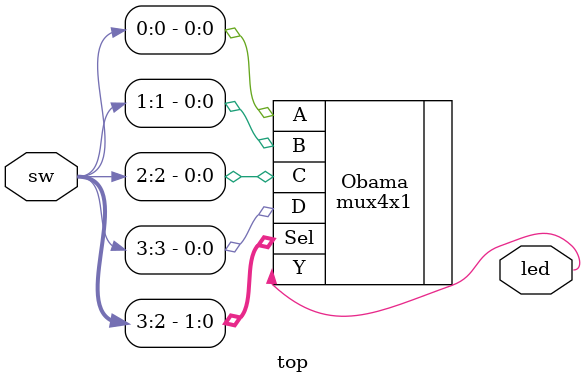
<source format=v>
module top (
	input [3:0] sw,
	output led // This needs to be able to match to the constraints file
			   // You can either remove the [0] from the led entry in the
			   // constraints file, or change this to be a 1-bit wide vector
			   // [0:0]
);

	mux4x1 Obama(
		.D(sw[3]), // Your switches are hooked up in the wrong order
		.C(sw[2]),
        .B(sw[1]),
        .A(sw[0]),
        .Y(led),
        .Sel(sw[3:2])
	);

	// According to the IO table in the assignment:
	// D = sw[0]
	// C = sw[1]
	// B = sw[2]
	// A = sw[3]

    endmodule
</source>
